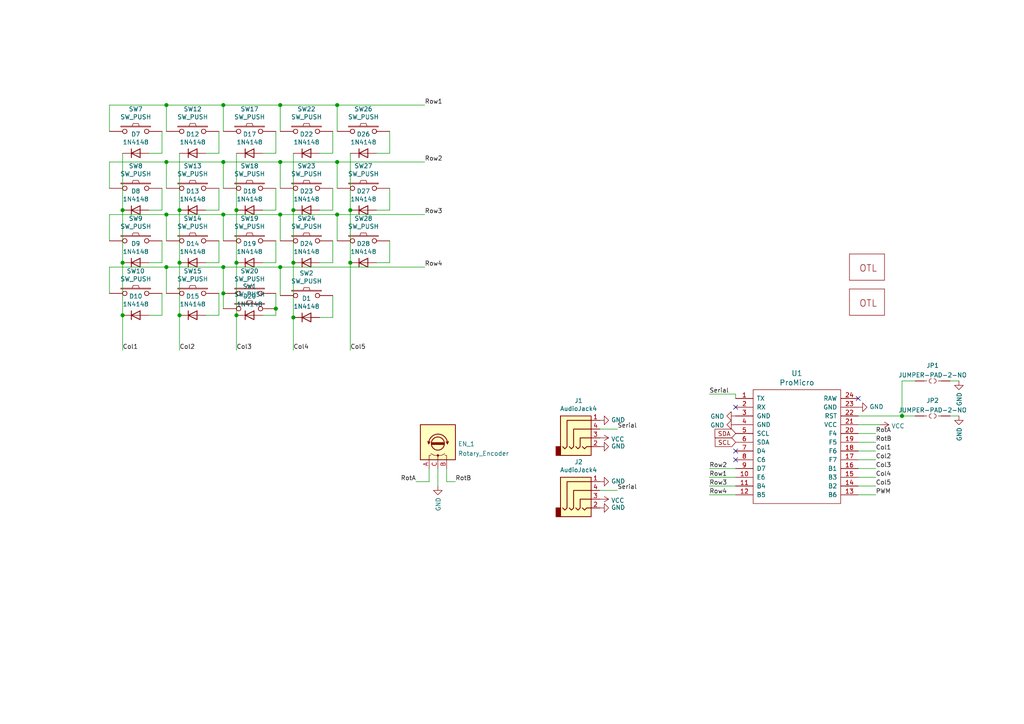
<source format=kicad_sch>
(kicad_sch (version 20210621) (generator eeschema)
  (paper "A4")
  (lib_symbols
    (symbol "Connector:AudioJack4"
      (property "Reference" "J" (at 0 8.89 0))
      (property "Value" "AudioJack4" (at 0 6.35 0))
      (symbol "AudioJack4_0_1"
        (rectangle (start -6.35 -5.08) (end -7.62 -7.62) (stroke (width 0.254)) (fill (type outline)))
        (rectangle (start 2.54 3.81) (end -6.35 -7.62) (stroke (width 0.254)) (fill (type background)))
        (polyline (pts (xy 0 -5.08) (xy 0.635 -5.715) (xy 1.27 -5.08) (xy 2.54 -5.08)) (stroke (width 0.254)))
        (polyline (pts (xy -5.715 -5.08) (xy -5.08 -5.715) (xy -4.445 -5.08) (xy -4.445 2.54) (xy 2.54 2.54)) (stroke (width 0.254)))
        (polyline (pts (xy -1.905 -5.08) (xy -1.27 -5.715) (xy -0.635 -5.08) (xy -0.635 -2.54) (xy 2.54 -2.54)) (stroke (width 0.254)))
        (polyline (pts (xy 2.54 0) (xy -2.54 0) (xy -2.54 -5.08) (xy -3.175 -5.715) (xy -3.81 -5.08)) (stroke (width 0.254)))
      )
      (symbol "AudioJack4_1_1"
        (pin passive line (at 5.08 2.54 180) (length 2.54) (name "~") (number "1"))
        (pin passive line (at 5.08 -5.08 180) (length 2.54) (name "~") (number "2"))
        (pin passive line (at 5.08 -2.54 180) (length 2.54) (name "~") (number "3"))
        (pin passive line (at 5.08 0 180) (length 2.54) (name "~") (number "4"))
      )
    )
    (symbol "Device:Rotary_Encoder" (pin_names (offset 0.254) hide)
      (property "Reference" "SW" (at 0 6.604 0))
      (property "Value" "Rotary_Encoder" (at 0 -6.604 0))
      (symbol "Rotary_Encoder_0_1"
        (arc (start -0.381 -2.794) (end -0.381 2.667) (radius (at -0.381 -0.0508) (length 2.7432) (angles -89.9 89.9)) (stroke (width 0.254)))
        (circle (center -0.381 0) (radius 1.905) (stroke (width 0.254)))
        (circle (center -3.81 0) (radius 0.254) (fill (type outline)))
        (rectangle (start -5.08 5.08) (end 5.08 -5.08) (stroke (width 0.254)) (fill (type background)))
        (polyline (pts (xy -0.635 -1.778) (xy -0.635 1.778)) (stroke (width 0.254)))
        (polyline (pts (xy -0.381 -1.778) (xy -0.381 1.778)) (stroke (width 0.254)))
        (polyline (pts (xy -0.127 1.778) (xy -0.127 -1.778)) (stroke (width 0.254)))
        (polyline (pts (xy -5.08 -2.54) (xy -3.81 -2.54) (xy -3.81 -2.032)))
        (polyline (pts (xy -5.08 2.54) (xy -3.81 2.54) (xy -3.81 2.032)))
        (polyline (pts (xy 0.254 -3.048) (xy -0.508 -2.794) (xy 0.127 -2.413)) (stroke (width 0.254)))
        (polyline (pts (xy 0.254 2.921) (xy -0.508 2.667) (xy 0.127 2.286)) (stroke (width 0.254)))
        (polyline (pts (xy -5.08 0) (xy -3.81 0) (xy -3.81 -1.016) (xy -3.302 -2.032)))
        (polyline (pts (xy -4.318 0) (xy -3.81 0) (xy -3.81 1.016) (xy -3.302 2.032)))
      )
      (symbol "Rotary_Encoder_1_1"
        (pin passive line (at -7.62 2.54 0) (length 2.54) (name "A") (number "A"))
        (pin passive line (at -7.62 -2.54 0) (length 2.54) (name "B") (number "B"))
        (pin passive line (at -7.62 0 0) (length 2.54) (name "C") (number "C"))
      )
    )
    (symbol "Diode:1N4148" (pin_numbers hide) (pin_names (offset 1.016) hide)
      (property "Reference" "D" (at 0 2.54 0))
      (property "Value" "1N4148" (at 0 -2.54 0))
      (symbol "1N4148_0_1"
        (polyline (pts (xy -1.27 1.27) (xy -1.27 -1.27)) (stroke (width 0.254)))
        (polyline (pts (xy 1.27 0) (xy -1.27 0)))
        (polyline (pts (xy 1.27 1.27) (xy 1.27 -1.27) (xy -1.27 0) (xy 1.27 1.27)) (stroke (width 0.254)))
      )
      (symbol "1N4148_1_1"
        (pin passive line (at -3.81 0 0) (length 2.54) (name "K") (number "1"))
        (pin passive line (at 3.81 0 180) (length 2.54) (name "A") (number "2"))
      )
    )
    (symbol "SparkFun-Aesthetics:LOGO-OTL" (pin_numbers hide) (pin_names (offset 1.016) hide)
      (symbol "LOGO-OTL_1_0"
        (text "OTL" (at 0.3556 -1.5748 0) (effects (font (size 1.9304 1.9304))))
        (polyline (pts (xy -5.08 -5.08) (xy 5.08 -5.08)))
        (polyline (pts (xy -5.08 2.54) (xy -5.08 -5.08)))
        (polyline (pts (xy 5.08 -5.08) (xy 5.08 2.54)))
        (polyline (pts (xy 5.08 2.54) (xy -5.08 2.54)))
      )
    )
    (symbol "SparkFun-Passives:JUMPER-PAD-2-NO" (pin_numbers hide) (pin_names (offset 1.016) hide)
      (property "Reference" "JP" (at -2.54 2.54 0))
      (property "Value" "JUMPER-PAD-2-NO" (at -2.54 -5.08 0))
      (symbol "JUMPER-PAD-2-NO_1_0"
        (polyline (pts (xy -2.54 0) (xy -1.651 0)))
        (polyline (pts (xy 2.54 0) (xy 1.651 0)))
      )
      (symbol "JUMPER-PAD-2-NO_1_1"
        (arc (start -0.381 0.635) (end -0.381 -0.635) (radius (at -0.381 0) (length 0.635) (angles 90.1 -90.1)))
        (arc (start 0.381 -0.635) (end 0.381 0.635) (radius (at 0.381 0) (length 0.635) (angles -89.9 89.9)))
        (pin passive line (at -5.08 0 0) (length 2.54) (name "1") (number "1"))
        (pin passive line (at 5.08 0 180) (length 2.54) (name "2") (number "2"))
      )
    )
    (symbol "keyboard_parts:SW_PUSH" (pin_numbers hide) (pin_names (offset 1.016) hide)
      (property "Reference" "SW" (at 3.81 2.794 0))
      (property "Value" "SW_PUSH" (at 0 -2.032 0))
      (symbol "SW_PUSH_0_1"
        (rectangle (start -4.318 1.27) (end 4.318 1.524))
        (polyline (pts (xy -1.016 1.524) (xy -0.762 2.286) (xy 0.762 2.286) (xy 1.016 1.524)))
        (pin passive inverted (at -7.62 0 0) (length 5.08) (name "1") (number "1"))
        (pin passive inverted (at 7.62 0 180) (length 5.08) (name "2") (number "2"))
      )
    )
    (symbol "power:GND" (power) (pin_names (offset 0))
      (property "Value" "GND" (at 0 -3.81 0))
      (symbol "GND_0_1"
        (polyline (pts (xy 0 0) (xy 0 -1.27) (xy 1.27 -1.27) (xy 0 -2.54) (xy -1.27 -1.27) (xy 0 -1.27)))
      )
      (symbol "GND_1_1"
        (pin power_in line (at 0 0 270) (length 0) hide (name "GND") (number "1"))
      )
    )
    (symbol "power:VCC" (power) (pin_names (offset 0))
      (property "Value" "VCC" (at 0 3.81 0))
      (symbol "VCC_0_1"
        (polyline (pts (xy -0.762 1.27) (xy 0 2.54)))
        (polyline (pts (xy 0 0) (xy 0 2.54)))
        (polyline (pts (xy 0 2.54) (xy 0.762 1.27)))
      )
      (symbol "VCC_1_1"
        (pin power_in line (at 0 0 90) (length 0) hide (name "VCC") (number "1"))
      )
    )
    (symbol "promicro:ProMicro" (pin_names (offset 1.016))
      (property "Reference" "U" (at 0 24.13 0))
      (property "Value" "ProMicro" (at 0 -13.97 0))
      (symbol "ProMicro_0_1"
        (rectangle (start -12.7 21.59) (end 12.7 -11.43))
      )
      (symbol "ProMicro_1_1"
        (pin bidirectional line (at -17.78 19.05 0) (length 5.08) (name "TX") (number "1"))
        (pin bidirectional line (at -17.78 -3.81 0) (length 5.08) (name "E6") (number "10"))
        (pin bidirectional line (at -17.78 -6.35 0) (length 5.08) (name "B4") (number "11"))
        (pin bidirectional line (at -17.78 -8.89 0) (length 5.08) (name "B5") (number "12"))
        (pin bidirectional line (at 17.78 -8.89 180) (length 5.08) (name "B6") (number "13"))
        (pin bidirectional line (at 17.78 -6.35 180) (length 5.08) (name "B2") (number "14"))
        (pin bidirectional line (at 17.78 -3.81 180) (length 5.08) (name "B3") (number "15"))
        (pin bidirectional line (at 17.78 -1.27 180) (length 5.08) (name "B1") (number "16"))
        (pin bidirectional line (at 17.78 1.27 180) (length 5.08) (name "F7") (number "17"))
        (pin bidirectional line (at 17.78 3.81 180) (length 5.08) (name "F6") (number "18"))
        (pin bidirectional line (at 17.78 6.35 180) (length 5.08) (name "F5") (number "19"))
        (pin bidirectional line (at -17.78 16.51 0) (length 5.08) (name "RX") (number "2"))
        (pin bidirectional line (at 17.78 8.89 180) (length 5.08) (name "F4") (number "20"))
        (pin power_in line (at 17.78 11.43 180) (length 5.08) (name "VCC") (number "21"))
        (pin input line (at 17.78 13.97 180) (length 5.08) (name "RST") (number "22"))
        (pin power_in line (at 17.78 16.51 180) (length 5.08) (name "GND") (number "23"))
        (pin power_out line (at 17.78 19.05 180) (length 5.08) (name "RAW") (number "24"))
        (pin power_in line (at -17.78 13.97 0) (length 5.08) (name "GND") (number "3"))
        (pin power_in line (at -17.78 11.43 0) (length 5.08) (name "GND") (number "4"))
        (pin bidirectional line (at -17.78 8.89 0) (length 5.08) (name "SCL") (number "5"))
        (pin bidirectional line (at -17.78 6.35 0) (length 5.08) (name "SDA") (number "6"))
        (pin bidirectional line (at -17.78 3.81 0) (length 5.08) (name "D4") (number "7"))
        (pin bidirectional line (at -17.78 1.27 0) (length 5.08) (name "C6") (number "8"))
        (pin bidirectional line (at -17.78 -1.27 0) (length 5.08) (name "D7") (number "9"))
      )
    )
  )
  (junction (at 35.56 60.96) (diameter 1.016))
  (junction (at 35.56 76.2) (diameter 1.016))
  (junction (at 35.56 91.44) (diameter 1.016))
  (junction (at 48.26 30.48) (diameter 1.016))
  (junction (at 48.26 46.99) (diameter 1.016))
  (junction (at 48.26 62.23) (diameter 1.016))
  (junction (at 48.26 77.47) (diameter 1.016))
  (junction (at 52.07 60.96) (diameter 1.016))
  (junction (at 52.07 76.2) (diameter 1.016))
  (junction (at 52.07 91.44) (diameter 1.016))
  (junction (at 64.77 30.48) (diameter 1.016))
  (junction (at 64.77 46.99) (diameter 1.016))
  (junction (at 64.77 62.23) (diameter 1.016))
  (junction (at 64.77 77.47) (diameter 1.016))
  (junction (at 64.77 85.09) (diameter 1.016))
  (junction (at 68.58 60.96) (diameter 1.016))
  (junction (at 68.58 76.2) (diameter 1.016))
  (junction (at 68.58 91.44) (diameter 1.016))
  (junction (at 80.01 89.535) (diameter 1.016))
  (junction (at 81.28 30.48) (diameter 1.016))
  (junction (at 81.28 46.99) (diameter 1.016))
  (junction (at 81.28 62.23) (diameter 1.016))
  (junction (at 81.28 77.47) (diameter 1.016))
  (junction (at 85.09 60.96) (diameter 1.016))
  (junction (at 85.09 76.2) (diameter 1.016))
  (junction (at 85.09 92.075) (diameter 1.016))
  (junction (at 97.79 30.48) (diameter 1.016))
  (junction (at 97.79 46.99) (diameter 1.016))
  (junction (at 97.79 62.23) (diameter 1.016))
  (junction (at 101.6 60.96) (diameter 1.016))
  (junction (at 101.6 76.2) (diameter 1.016))
  (junction (at 261.62 120.65) (diameter 1.016))
  (no_connect (at 213.36 118.11))
  (no_connect (at 213.36 130.81))
  (no_connect (at 213.36 133.35))
  (no_connect (at 248.92 115.57))
  (wire (pts (xy 31.75 30.48) (xy 48.26 30.48)))
  (wire (pts (xy 31.75 38.1) (xy 31.75 30.48)))
  (wire (pts (xy 31.75 46.99) (xy 48.26 46.99)))
  (wire (pts (xy 31.75 54.61) (xy 31.75 46.99)))
  (wire (pts (xy 31.75 62.23) (xy 48.26 62.23)))
  (wire (pts (xy 31.75 69.85) (xy 31.75 62.23)))
  (wire (pts (xy 31.75 77.47) (xy 48.26 77.47)))
  (wire (pts (xy 31.75 85.09) (xy 31.75 77.47)))
  (wire (pts (xy 35.56 60.96) (xy 35.56 44.45)))
  (wire (pts (xy 35.56 60.96) (xy 35.56 76.2)))
  (wire (pts (xy 35.56 91.44) (xy 35.56 76.2)))
  (wire (pts (xy 35.56 91.44) (xy 35.56 101.6)))
  (wire (pts (xy 46.99 38.1) (xy 46.99 44.45)))
  (wire (pts (xy 46.99 44.45) (xy 43.18 44.45)))
  (wire (pts (xy 46.99 54.61) (xy 46.99 60.96)))
  (wire (pts (xy 46.99 60.96) (xy 43.18 60.96)))
  (wire (pts (xy 46.99 69.85) (xy 46.99 76.2)))
  (wire (pts (xy 46.99 76.2) (xy 43.18 76.2)))
  (wire (pts (xy 46.99 85.09) (xy 46.99 91.44)))
  (wire (pts (xy 46.99 91.44) (xy 43.18 91.44)))
  (wire (pts (xy 48.26 30.48) (xy 64.77 30.48)))
  (wire (pts (xy 48.26 38.1) (xy 48.26 30.48)))
  (wire (pts (xy 48.26 46.99) (xy 64.77 46.99)))
  (wire (pts (xy 48.26 54.61) (xy 48.26 46.99)))
  (wire (pts (xy 48.26 62.23) (xy 64.77 62.23)))
  (wire (pts (xy 48.26 69.85) (xy 48.26 62.23)))
  (wire (pts (xy 48.26 77.47) (xy 64.77 77.47)))
  (wire (pts (xy 48.26 85.09) (xy 48.26 77.47)))
  (wire (pts (xy 52.07 44.45) (xy 52.07 60.96)))
  (wire (pts (xy 52.07 60.96) (xy 52.07 76.2)))
  (wire (pts (xy 52.07 91.44) (xy 52.07 76.2)))
  (wire (pts (xy 52.07 91.44) (xy 52.07 101.6)))
  (wire (pts (xy 63.5 38.1) (xy 63.5 44.45)))
  (wire (pts (xy 63.5 44.45) (xy 59.69 44.45)))
  (wire (pts (xy 63.5 54.61) (xy 63.5 60.96)))
  (wire (pts (xy 63.5 60.96) (xy 59.69 60.96)))
  (wire (pts (xy 63.5 69.85) (xy 63.5 76.2)))
  (wire (pts (xy 63.5 76.2) (xy 59.69 76.2)))
  (wire (pts (xy 63.5 85.09) (xy 63.5 91.44)))
  (wire (pts (xy 63.5 91.44) (xy 59.69 91.44)))
  (wire (pts (xy 64.77 30.48) (xy 81.28 30.48)))
  (wire (pts (xy 64.77 38.1) (xy 64.77 30.48)))
  (wire (pts (xy 64.77 46.99) (xy 81.28 46.99)))
  (wire (pts (xy 64.77 54.61) (xy 64.77 46.99)))
  (wire (pts (xy 64.77 62.23) (xy 81.28 62.23)))
  (wire (pts (xy 64.77 69.85) (xy 64.77 62.23)))
  (wire (pts (xy 64.77 77.47) (xy 81.28 77.47)))
  (wire (pts (xy 64.77 85.09) (xy 64.77 77.47)))
  (wire (pts (xy 64.77 85.09) (xy 64.77 89.535)))
  (wire (pts (xy 68.58 44.45) (xy 68.58 60.96)))
  (wire (pts (xy 68.58 60.96) (xy 68.58 76.2)))
  (wire (pts (xy 68.58 76.2) (xy 68.58 91.44)))
  (wire (pts (xy 68.58 91.44) (xy 68.58 101.6)))
  (wire (pts (xy 80.01 38.1) (xy 80.01 44.45)))
  (wire (pts (xy 80.01 44.45) (xy 76.2 44.45)))
  (wire (pts (xy 80.01 54.61) (xy 80.01 60.96)))
  (wire (pts (xy 80.01 60.96) (xy 76.2 60.96)))
  (wire (pts (xy 80.01 69.85) (xy 80.01 76.2)))
  (wire (pts (xy 80.01 76.2) (xy 76.2 76.2)))
  (wire (pts (xy 80.01 85.09) (xy 80.01 89.535)))
  (wire (pts (xy 80.01 89.535) (xy 80.01 91.44)))
  (wire (pts (xy 80.01 91.44) (xy 76.2 91.44)))
  (wire (pts (xy 81.28 30.48) (xy 97.79 30.48)))
  (wire (pts (xy 81.28 38.1) (xy 81.28 30.48)))
  (wire (pts (xy 81.28 46.99) (xy 97.79 46.99)))
  (wire (pts (xy 81.28 54.61) (xy 81.28 46.99)))
  (wire (pts (xy 81.28 62.23) (xy 97.79 62.23)))
  (wire (pts (xy 81.28 69.85) (xy 81.28 62.23)))
  (wire (pts (xy 81.28 77.47) (xy 81.28 85.725)))
  (wire (pts (xy 81.28 77.47) (xy 123.19 77.47)))
  (wire (pts (xy 85.09 60.96) (xy 85.09 44.45)))
  (wire (pts (xy 85.09 60.96) (xy 85.09 76.2)))
  (wire (pts (xy 85.09 76.2) (xy 85.09 92.075)))
  (wire (pts (xy 85.09 92.075) (xy 85.09 101.6)))
  (wire (pts (xy 96.52 38.1) (xy 96.52 44.45)))
  (wire (pts (xy 96.52 44.45) (xy 92.71 44.45)))
  (wire (pts (xy 96.52 54.61) (xy 96.52 60.96)))
  (wire (pts (xy 96.52 60.96) (xy 92.71 60.96)))
  (wire (pts (xy 96.52 69.85) (xy 96.52 76.2)))
  (wire (pts (xy 96.52 76.2) (xy 92.71 76.2)))
  (wire (pts (xy 96.52 85.725) (xy 96.52 92.075)))
  (wire (pts (xy 96.52 92.075) (xy 92.71 92.075)))
  (wire (pts (xy 97.79 30.48) (xy 123.19 30.48)))
  (wire (pts (xy 97.79 38.1) (xy 97.79 30.48)))
  (wire (pts (xy 97.79 46.99) (xy 123.19 46.99)))
  (wire (pts (xy 97.79 54.61) (xy 97.79 46.99)))
  (wire (pts (xy 97.79 62.23) (xy 123.19 62.23)))
  (wire (pts (xy 97.79 69.85) (xy 97.79 62.23)))
  (wire (pts (xy 101.6 60.96) (xy 101.6 44.45)))
  (wire (pts (xy 101.6 60.96) (xy 101.6 76.2)))
  (wire (pts (xy 101.6 76.2) (xy 101.6 101.6)))
  (wire (pts (xy 113.03 38.1) (xy 113.03 44.45)))
  (wire (pts (xy 113.03 44.45) (xy 109.22 44.45)))
  (wire (pts (xy 113.03 54.61) (xy 113.03 60.96)))
  (wire (pts (xy 113.03 60.96) (xy 109.22 60.96)))
  (wire (pts (xy 113.03 69.85) (xy 113.03 76.2)))
  (wire (pts (xy 113.03 76.2) (xy 109.22 76.2)))
  (wire (pts (xy 120.65 139.7) (xy 124.46 139.7)))
  (wire (pts (xy 124.46 135.89) (xy 124.46 139.7)))
  (wire (pts (xy 127 135.89) (xy 127 140.97)))
  (wire (pts (xy 129.54 135.89) (xy 129.54 139.7)))
  (wire (pts (xy 129.54 139.7) (xy 132.08 139.7)))
  (wire (pts (xy 173.99 124.46) (xy 179.07 124.46)))
  (wire (pts (xy 173.99 142.24) (xy 179.07 142.24)))
  (wire (pts (xy 205.74 114.3) (xy 213.36 114.3)))
  (wire (pts (xy 205.74 135.89) (xy 213.36 135.89)))
  (wire (pts (xy 205.74 138.43) (xy 213.36 138.43)))
  (wire (pts (xy 205.74 140.97) (xy 213.36 140.97)))
  (wire (pts (xy 205.74 143.51) (xy 213.36 143.51)))
  (wire (pts (xy 213.36 114.3) (xy 213.36 115.57)))
  (wire (pts (xy 248.92 120.65) (xy 261.62 120.65)))
  (wire (pts (xy 248.92 123.19) (xy 255.27 123.19)))
  (wire (pts (xy 248.92 125.73) (xy 254 125.73)))
  (wire (pts (xy 248.92 128.27) (xy 254 128.27)))
  (wire (pts (xy 248.92 130.81) (xy 254 130.81)))
  (wire (pts (xy 248.92 133.35) (xy 254 133.35)))
  (wire (pts (xy 248.92 135.89) (xy 254 135.89)))
  (wire (pts (xy 248.92 138.43) (xy 254 138.43)))
  (wire (pts (xy 248.92 140.97) (xy 254 140.97)))
  (wire (pts (xy 248.92 143.51) (xy 254 143.51)))
  (wire (pts (xy 261.62 110.49) (xy 265.43 110.49)))
  (wire (pts (xy 261.62 120.65) (xy 261.62 110.49)))
  (wire (pts (xy 261.62 120.65) (xy 265.43 120.65)))
  (wire (pts (xy 275.59 110.49) (xy 278.13 110.49)))
  (wire (pts (xy 275.59 120.65) (xy 278.13 120.65)))
  (label "Col1" (at 35.56 101.6 0))
  (label "Col2" (at 52.07 101.6 0))
  (label "Col3" (at 68.58 101.6 0))
  (label "Col4" (at 85.09 101.6 0))
  (label "Col5" (at 101.6 101.6 0))
  (label "RotA" (at 120.65 139.7 180))
  (label "Row1" (at 123.19 30.48 0))
  (label "Row2" (at 123.19 46.99 0))
  (label "Row3" (at 123.19 62.23 0))
  (label "Row4" (at 123.19 77.47 0))
  (label "RotB" (at 132.08 139.7 0))
  (label "Serial" (at 179.07 124.46 0))
  (label "Serial" (at 179.07 142.24 0))
  (label "Serial" (at 205.74 114.3 0))
  (label "Row2" (at 205.74 135.89 0))
  (label "Row1" (at 205.74 138.43 0))
  (label "Row3" (at 205.74 140.97 0))
  (label "Row4" (at 205.74 143.51 0))
  (label "RotA" (at 254 125.73 0))
  (label "RotB" (at 254 128.27 0))
  (label "Col1" (at 254 130.81 0))
  (label "Col2" (at 254 133.35 0))
  (label "Col3" (at 254 135.89 0))
  (label "Col4" (at 254 138.43 0))
  (label "Col5" (at 254 140.97 0))
  (label "PWM" (at 254 143.51 0))
  (global_label "SDA" (shape input) (at 213.36 125.73 180) (property "Intersheet References" "${INTERSHEET_REFS}" (effects hide)))
  (global_label "SCL" (shape input) (at 213.36 128.27 180) (property "Intersheet References" "${INTERSHEET_REFS}" (effects hide)))
  (symbol (lib_id "power:VCC") (at 173.99 127 270) (unit 1)
    (property "Reference" "#PWR0104" (effects hide))
    (property "Value" "VCC" (at 177.2412 127.381 90) (effects (justify left)))
  )
  (symbol (lib_id "power:VCC") (at 173.99 144.78 270) (unit 1)
    (property "Reference" "#PWR0103" (effects hide))
    (property "Value" "VCC" (at 177.2412 145.161 90) (effects (justify left)))
  )
  (symbol (lib_id "power:VCC") (at 255.27 123.19 270) (unit 1)
    (property "Reference" "#PWR0115" (effects hide))
    (property "Value" "VCC" (at 258.5212 123.571 90) (effects (justify left)))
  )
  (symbol (lib_id "power:GND") (at 127 140.97 0) (unit 1)
    (property "Reference" "#PWR0105" (effects hide))
    (property "Value" "GND" (at 127.127 144.2212 90) (effects (justify right)))
  )
  (symbol (lib_id "power:GND") (at 173.99 121.92 90) (unit 1)
    (property "Reference" "#PWR0101" (effects hide))
    (property "Value" "GND" (at 177.2412 121.793 90) (effects (justify right)))
  )
  (symbol (lib_id "power:GND") (at 173.99 129.54 90) (unit 1)
    (property "Reference" "#PWR0109" (effects hide))
    (property "Value" "GND" (at 177.2412 129.413 90) (effects (justify right)))
  )
  (symbol (lib_id "power:GND") (at 173.99 139.7 90) (unit 1)
    (property "Reference" "#PWR0102" (effects hide))
    (property "Value" "GND" (at 177.2412 139.573 90) (effects (justify right)))
  )
  (symbol (lib_id "power:GND") (at 173.99 147.32 90) (unit 1)
    (property "Reference" "#PWR0110" (effects hide))
    (property "Value" "GND" (at 177.2412 147.193 90) (effects (justify right)))
  )
  (symbol (lib_id "power:GND") (at 213.36 120.65 270) (unit 1)
    (property "Reference" "#PWR0111" (effects hide))
    (property "Value" "GND" (at 210.1088 120.777 90) (effects (justify right)))
  )
  (symbol (lib_id "power:GND") (at 213.36 123.19 270) (unit 1)
    (property "Reference" "#PWR0112" (effects hide))
    (property "Value" "GND" (at 210.1088 123.317 90) (effects (justify right)))
  )
  (symbol (lib_id "power:GND") (at 248.92 118.11 90) (unit 1)
    (property "Reference" "#PWR0113" (effects hide))
    (property "Value" "GND" (at 252.1712 117.983 90) (effects (justify right)))
  )
  (symbol (lib_id "power:GND") (at 278.13 110.49 0) (unit 1)
    (property "Reference" "#PWR0118" (effects hide))
    (property "Value" "GND" (at 278.257 113.7412 90) (effects (justify right)))
  )
  (symbol (lib_id "power:GND") (at 278.13 120.65 0) (unit 1)
    (property "Reference" "#PWR0114" (effects hide))
    (property "Value" "GND" (at 278.257 123.9012 90) (effects (justify right)))
  )
  (symbol (lib_id "SparkFun-Passives:JUMPER-PAD-2-NO") (at 270.51 110.49 0) (unit 1)
    (property "Reference" "JP1" (at 270.51 106.0154 0))
    (property "Value" "JUMPER-PAD-2-NO" (at 270.51 108.7905 0))
    (property "Footprint" "Jumper:SolderJumper-2_P1.3mm_Open_Pad1.0x1.5mm" (effects hide))
  )
  (symbol (lib_id "SparkFun-Passives:JUMPER-PAD-2-NO") (at 270.51 120.65 0) (unit 1)
    (property "Reference" "JP2" (at 270.51 116.1754 0))
    (property "Value" "JUMPER-PAD-2-NO" (at 270.51 118.9505 0))
    (property "Footprint" "Jumper:SolderJumper-2_P1.3mm_Open_Pad1.0x1.5mm" (effects hide))
  )
  (symbol (lib_id "Diode:1N4148") (at 39.37 44.45 0) (unit 1)
    (property "Reference" "D7" (at 39.37 38.9382 0))
    (property "Value" "1N4148" (at 39.37 41.2496 0))
    (property "Footprint" "Keebio-Parts:Diode-dual" (effects hide))
    (property "Datasheet" "https://assets.nexperia.com/documents/data-sheet/1N4148_1N4448.pdf" (effects hide))
  )
  (symbol (lib_id "Diode:1N4148") (at 39.37 60.96 0) (unit 1)
    (property "Reference" "D8" (at 39.37 55.4482 0))
    (property "Value" "1N4148" (at 39.37 57.7596 0))
    (property "Footprint" "Keebio-Parts:Diode-dual" (effects hide))
    (property "Datasheet" "https://assets.nexperia.com/documents/data-sheet/1N4148_1N4448.pdf" (effects hide))
  )
  (symbol (lib_id "Diode:1N4148") (at 39.37 76.2 0) (unit 1)
    (property "Reference" "D9" (at 39.37 70.6882 0))
    (property "Value" "1N4148" (at 39.37 72.9996 0))
    (property "Footprint" "Keebio-Parts:Diode-dual" (effects hide))
    (property "Datasheet" "https://assets.nexperia.com/documents/data-sheet/1N4148_1N4448.pdf" (effects hide))
  )
  (symbol (lib_id "Diode:1N4148") (at 39.37 91.44 0) (unit 1)
    (property "Reference" "D10" (at 39.37 85.9282 0))
    (property "Value" "1N4148" (at 39.37 88.2396 0))
    (property "Footprint" "Keebio-Parts:Diode-dual" (effects hide))
    (property "Datasheet" "https://assets.nexperia.com/documents/data-sheet/1N4148_1N4448.pdf" (effects hide))
  )
  (symbol (lib_id "Diode:1N4148") (at 55.88 44.45 0) (unit 1)
    (property "Reference" "D12" (at 55.88 38.9382 0))
    (property "Value" "1N4148" (at 55.88 41.2496 0))
    (property "Footprint" "Keebio-Parts:Diode-dual" (effects hide))
    (property "Datasheet" "https://assets.nexperia.com/documents/data-sheet/1N4148_1N4448.pdf" (effects hide))
  )
  (symbol (lib_id "Diode:1N4148") (at 55.88 60.96 0) (unit 1)
    (property "Reference" "D13" (at 55.88 55.4482 0))
    (property "Value" "1N4148" (at 55.88 57.7596 0))
    (property "Footprint" "Keebio-Parts:Diode-dual" (effects hide))
    (property "Datasheet" "https://assets.nexperia.com/documents/data-sheet/1N4148_1N4448.pdf" (effects hide))
  )
  (symbol (lib_id "Diode:1N4148") (at 55.88 76.2 0) (unit 1)
    (property "Reference" "D14" (at 55.88 70.6882 0))
    (property "Value" "1N4148" (at 55.88 72.9996 0))
    (property "Footprint" "Keebio-Parts:Diode-dual" (effects hide))
    (property "Datasheet" "https://assets.nexperia.com/documents/data-sheet/1N4148_1N4448.pdf" (effects hide))
  )
  (symbol (lib_id "Diode:1N4148") (at 55.88 91.44 0) (unit 1)
    (property "Reference" "D15" (at 55.88 85.9282 0))
    (property "Value" "1N4148" (at 55.88 88.2396 0))
    (property "Footprint" "Keebio-Parts:Diode-dual" (effects hide))
    (property "Datasheet" "https://assets.nexperia.com/documents/data-sheet/1N4148_1N4448.pdf" (effects hide))
  )
  (symbol (lib_id "Diode:1N4148") (at 72.39 44.45 0) (unit 1)
    (property "Reference" "D17" (at 72.39 38.9382 0))
    (property "Value" "1N4148" (at 72.39 41.2496 0))
    (property "Footprint" "Keebio-Parts:Diode-dual" (effects hide))
    (property "Datasheet" "https://assets.nexperia.com/documents/data-sheet/1N4148_1N4448.pdf" (effects hide))
  )
  (symbol (lib_id "Diode:1N4148") (at 72.39 60.96 0) (unit 1)
    (property "Reference" "D18" (at 72.39 55.4482 0))
    (property "Value" "1N4148" (at 72.39 57.7596 0))
    (property "Footprint" "Keebio-Parts:Diode-dual" (effects hide))
    (property "Datasheet" "https://assets.nexperia.com/documents/data-sheet/1N4148_1N4448.pdf" (effects hide))
  )
  (symbol (lib_id "Diode:1N4148") (at 72.39 76.2 0) (unit 1)
    (property "Reference" "D19" (at 72.39 70.6882 0))
    (property "Value" "1N4148" (at 72.39 72.9996 0))
    (property "Footprint" "Keebio-Parts:Diode-dual" (effects hide))
    (property "Datasheet" "https://assets.nexperia.com/documents/data-sheet/1N4148_1N4448.pdf" (effects hide))
  )
  (symbol (lib_id "Diode:1N4148") (at 72.39 91.44 0) (unit 1)
    (property "Reference" "D20" (at 72.39 85.9282 0))
    (property "Value" "1N4148" (at 72.39 88.2396 0))
    (property "Footprint" "Keebio-Parts:Diode-dual" (effects hide))
    (property "Datasheet" "https://assets.nexperia.com/documents/data-sheet/1N4148_1N4448.pdf" (effects hide))
  )
  (symbol (lib_id "Diode:1N4148") (at 88.9 44.45 0) (unit 1)
    (property "Reference" "D22" (at 88.9 38.9382 0))
    (property "Value" "1N4148" (at 88.9 41.2496 0))
    (property "Footprint" "Keebio-Parts:Diode-dual" (effects hide))
    (property "Datasheet" "https://assets.nexperia.com/documents/data-sheet/1N4148_1N4448.pdf" (effects hide))
  )
  (symbol (lib_id "Diode:1N4148") (at 88.9 60.96 0) (unit 1)
    (property "Reference" "D23" (at 88.9 55.4482 0))
    (property "Value" "1N4148" (at 88.9 57.7596 0))
    (property "Footprint" "Keebio-Parts:Diode-dual" (effects hide))
    (property "Datasheet" "https://assets.nexperia.com/documents/data-sheet/1N4148_1N4448.pdf" (effects hide))
  )
  (symbol (lib_id "Diode:1N4148") (at 88.9 76.2 0) (unit 1)
    (property "Reference" "D24" (at 88.9 70.6882 0))
    (property "Value" "1N4148" (at 88.9 72.9996 0))
    (property "Footprint" "Keebio-Parts:Diode-dual" (effects hide))
    (property "Datasheet" "https://assets.nexperia.com/documents/data-sheet/1N4148_1N4448.pdf" (effects hide))
  )
  (symbol (lib_id "Diode:1N4148") (at 88.9 92.075 0) (unit 1)
    (property "Reference" "D1" (at 88.9 86.5632 0))
    (property "Value" "1N4148" (at 88.9 88.8746 0))
    (property "Footprint" "Keebio-Parts:Diode-dual" (effects hide))
    (property "Datasheet" "https://assets.nexperia.com/documents/data-sheet/1N4148_1N4448.pdf" (effects hide))
  )
  (symbol (lib_id "Diode:1N4148") (at 105.41 44.45 0) (unit 1)
    (property "Reference" "D26" (at 105.41 38.9382 0))
    (property "Value" "1N4148" (at 105.41 41.2496 0))
    (property "Footprint" "Keebio-Parts:Diode-dual" (effects hide))
    (property "Datasheet" "https://assets.nexperia.com/documents/data-sheet/1N4148_1N4448.pdf" (effects hide))
  )
  (symbol (lib_id "Diode:1N4148") (at 105.41 60.96 0) (unit 1)
    (property "Reference" "D27" (at 105.41 55.4482 0))
    (property "Value" "1N4148" (at 105.41 57.7596 0))
    (property "Footprint" "Keebio-Parts:Diode-dual" (effects hide))
    (property "Datasheet" "https://assets.nexperia.com/documents/data-sheet/1N4148_1N4448.pdf" (effects hide))
  )
  (symbol (lib_id "Diode:1N4148") (at 105.41 76.2 0) (unit 1)
    (property "Reference" "D28" (at 105.41 70.6882 0))
    (property "Value" "1N4148" (at 105.41 72.9996 0))
    (property "Footprint" "Keebio-Parts:Diode-dual" (effects hide))
    (property "Datasheet" "https://assets.nexperia.com/documents/data-sheet/1N4148_1N4448.pdf" (effects hide))
  )
  (symbol (lib_id "keyboard_parts:SW_PUSH") (at 39.37 38.1 0) (unit 1)
    (property "Reference" "SW7" (at 39.37 31.623 0))
    (property "Value" "SW_PUSH" (at 39.37 33.9344 0))
    (property "Footprint" "keyswitches:PG1350_reversible" (effects hide))
  )
  (symbol (lib_id "keyboard_parts:SW_PUSH") (at 39.37 54.61 0) (unit 1)
    (property "Reference" "SW8" (at 39.37 48.133 0))
    (property "Value" "SW_PUSH" (at 39.37 50.4444 0))
    (property "Footprint" "keyswitches:PG1350_reversible" (effects hide))
  )
  (symbol (lib_id "keyboard_parts:SW_PUSH") (at 39.37 69.85 0) (unit 1)
    (property "Reference" "SW9" (at 39.37 63.373 0))
    (property "Value" "SW_PUSH" (at 39.37 65.6844 0))
    (property "Footprint" "keyswitches:PG1350_reversible" (effects hide))
  )
  (symbol (lib_id "keyboard_parts:SW_PUSH") (at 39.37 85.09 0) (unit 1)
    (property "Reference" "SW10" (at 39.37 78.613 0))
    (property "Value" "SW_PUSH" (at 39.37 80.9244 0))
    (property "Footprint" "keyswitches:PG1350_reversible" (effects hide))
  )
  (symbol (lib_id "keyboard_parts:SW_PUSH") (at 55.88 38.1 0) (unit 1)
    (property "Reference" "SW12" (at 55.88 31.623 0))
    (property "Value" "SW_PUSH" (at 55.88 33.9344 0))
    (property "Footprint" "keyswitches:PG1350_reversible" (effects hide))
  )
  (symbol (lib_id "keyboard_parts:SW_PUSH") (at 55.88 54.61 0) (unit 1)
    (property "Reference" "SW13" (at 55.88 48.133 0))
    (property "Value" "SW_PUSH" (at 55.88 50.4444 0))
    (property "Footprint" "keyswitches:PG1350_reversible" (effects hide))
  )
  (symbol (lib_id "keyboard_parts:SW_PUSH") (at 55.88 69.85 0) (unit 1)
    (property "Reference" "SW14" (at 55.88 63.373 0))
    (property "Value" "SW_PUSH" (at 55.88 65.6844 0))
    (property "Footprint" "keyswitches:PG1350_reversible" (effects hide))
  )
  (symbol (lib_id "keyboard_parts:SW_PUSH") (at 55.88 85.09 0) (unit 1)
    (property "Reference" "SW15" (at 55.88 78.613 0))
    (property "Value" "SW_PUSH" (at 55.88 80.9244 0))
    (property "Footprint" "keyswitches:PG1350_reversible" (effects hide))
  )
  (symbol (lib_id "keyboard_parts:SW_PUSH") (at 72.39 38.1 0) (unit 1)
    (property "Reference" "SW17" (at 72.39 31.623 0))
    (property "Value" "SW_PUSH" (at 72.39 33.9344 0))
    (property "Footprint" "keyswitches:PG1350_reversible" (effects hide))
  )
  (symbol (lib_id "keyboard_parts:SW_PUSH") (at 72.39 54.61 0) (unit 1)
    (property "Reference" "SW18" (at 72.39 48.133 0))
    (property "Value" "SW_PUSH" (at 72.39 50.4444 0))
    (property "Footprint" "keyswitches:PG1350_reversible" (effects hide))
  )
  (symbol (lib_id "keyboard_parts:SW_PUSH") (at 72.39 69.85 0) (unit 1)
    (property "Reference" "SW19" (at 72.39 63.373 0))
    (property "Value" "SW_PUSH" (at 72.39 65.6844 0))
    (property "Footprint" "keyswitches:PG1350_reversible" (effects hide))
  )
  (symbol (lib_id "keyboard_parts:SW_PUSH") (at 72.39 85.09 0) (unit 1)
    (property "Reference" "SW20" (at 72.39 78.613 0))
    (property "Value" "SW_PUSH" (at 72.39 80.9244 0))
    (property "Footprint" "keyswitches:PG1350_reversible" (effects hide))
  )
  (symbol (lib_id "keyboard_parts:SW_PUSH") (at 72.39 89.535 0) (unit 1)
    (property "Reference" "SW1" (at 72.39 83.058 0))
    (property "Value" "SW_PUSH" (at 72.39 85.3694 0))
    (property "Footprint" "keyswitches:PG1350_reversible" (effects hide))
  )
  (symbol (lib_id "keyboard_parts:SW_PUSH") (at 88.9 38.1 0) (unit 1)
    (property "Reference" "SW22" (at 88.9 31.623 0))
    (property "Value" "SW_PUSH" (at 88.9 33.9344 0))
    (property "Footprint" "keyswitches:PG1350_reversible" (effects hide))
  )
  (symbol (lib_id "keyboard_parts:SW_PUSH") (at 88.9 54.61 0) (unit 1)
    (property "Reference" "SW23" (at 88.9 48.133 0))
    (property "Value" "SW_PUSH" (at 88.9 50.4444 0))
    (property "Footprint" "keyswitches:PG1350_reversible" (effects hide))
  )
  (symbol (lib_id "keyboard_parts:SW_PUSH") (at 88.9 69.85 0) (unit 1)
    (property "Reference" "SW24" (at 88.9 63.373 0))
    (property "Value" "SW_PUSH" (at 88.9 65.6844 0))
    (property "Footprint" "keyswitches:PG1350_reversible" (effects hide))
  )
  (symbol (lib_id "keyboard_parts:SW_PUSH") (at 88.9 85.725 0) (unit 1)
    (property "Reference" "SW2" (at 88.9 79.248 0))
    (property "Value" "SW_PUSH" (at 88.9 81.5594 0))
    (property "Footprint" "keyswitches:PG1350_reversible" (effects hide))
  )
  (symbol (lib_id "keyboard_parts:SW_PUSH") (at 105.41 38.1 0) (unit 1)
    (property "Reference" "SW26" (at 105.41 31.623 0))
    (property "Value" "SW_PUSH" (at 105.41 33.9344 0))
    (property "Footprint" "keyswitches:PG1350_reversible" (effects hide))
  )
  (symbol (lib_id "keyboard_parts:SW_PUSH") (at 105.41 54.61 0) (unit 1)
    (property "Reference" "SW27" (at 105.41 48.133 0))
    (property "Value" "SW_PUSH" (at 105.41 50.4444 0))
    (property "Footprint" "keyswitches:PG1350_reversible" (effects hide))
  )
  (symbol (lib_id "keyboard_parts:SW_PUSH") (at 105.41 69.85 0) (unit 1)
    (property "Reference" "SW28" (at 105.41 63.373 0))
    (property "Value" "SW_PUSH" (at 105.41 65.6844 0))
    (property "Footprint" "keyswitches:PG1350_reversible" (effects hide))
  )
  (symbol (lib_id "SparkFun-Aesthetics:LOGO-OTL") (at 251.46 76.2 0) (unit 1)
    (property "Reference" "LOGO3" (effects hide))
    (property "Value" "LOGO-OTL" (effects hide))
    (property "Footprint" "personal-logo:peacock-medium" (effects hide))
  )
  (symbol (lib_id "SparkFun-Aesthetics:LOGO-OTL") (at 251.46 86.36 0) (unit 1)
    (property "Reference" "LOGO4" (effects hide))
    (property "Value" "LOGO-OTL" (effects hide))
    (property "Footprint" "personal-logo:peacock-medium" (effects hide))
  )
  (symbol (lib_id "Device:Rotary_Encoder") (at 127 128.27 90) (unit 1)
    (property "Reference" "EN_1" (at 132.8421 128.7585 90) (effects (justify right)))
    (property "Value" "Rotary_Encoder" (at 132.8421 131.5336 90) (effects (justify right)))
    (property "Footprint" "Rotary_Encoder:RotaryEncoder_Alps_EC12E_Vertical_H20mm" (effects hide))
  )
  (symbol (lib_id "Connector:AudioJack4") (at 168.91 124.46 0) (unit 1)
    (property "Reference" "J1" (at 167.8178 116.205 0))
    (property "Value" "AudioJack4" (at 167.8178 118.5164 0))
    (property "Footprint" "Keebio-Parts:TRRS-PJ-320A" (effects hide))
  )
  (symbol (lib_id "Connector:AudioJack4") (at 168.91 142.24 0) (unit 1)
    (property "Reference" "J2" (at 167.8178 133.985 0))
    (property "Value" "AudioJack4" (at 167.8178 136.2964 0))
    (property "Footprint" "Keebio-Parts:TRRS-PJ-320A" (effects hide))
  )
  (symbol (lib_id "promicro:ProMicro") (at 231.14 134.62 0) (unit 1)
    (property "Reference" "U1" (at 231.14 108.2802 0) (effects (font (size 1.524 1.524))))
    (property "Value" "ProMicro" (at 231.14 110.9726 0) (effects (font (size 1.524 1.524))))
    (property "Footprint" "promicro:ProMicro" (effects hide))
  )
)
</source>
